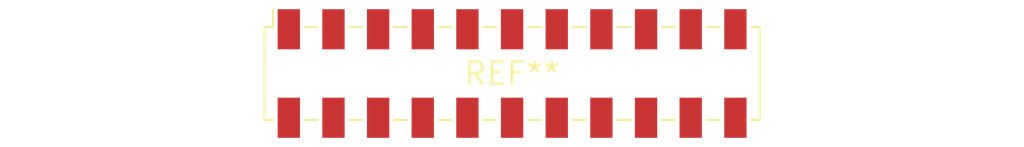
<source format=kicad_pcb>
(kicad_pcb (version 20240108) (generator pcbnew)
  (layers (0 "F.Cu" signal) (31 "B.Cu" signal) (34 "B.Paste" user) (35 "F.Paste" user) (36 "B.SilkS" user "B.Silkscreen") (37 "F.SilkS" user "F.Silkscreen") (38 "B.Mask" user) (39 "F.Mask" user) (44 "Edge.Cuts" user))
  (net 0 "")
  (footprint "Samtec_HLE-111-02-xxx-DV-A_2x11_P2.54mm_Horizontal" (layer "F.Cu") (at 0 0)
    (property "Reference" "REF**")
    (property "Value" "Samtec_HLE-111-02-xxx-DV-A_2x11_P2.54mm_Horizontal")
    (fp_line (start -14.08 -2.65) (end -14.08 2.65) (layer "F.SilkS") (stroke (width 0.12)))
    (fp_line (start -14.08 2.65) (end -13.595 2.65) (layer "F.SilkS") (stroke (width 0.12)))
    (fp_line (start -13.595 -3.67) (end -13.595 -2.65) (layer "F.SilkS") (stroke (width 0.12)))
    (fp_line (start -13.595 -2.65) (end -14.08 -2.65) (layer "F.SilkS") (stroke (width 0.12)))
    (fp_line (start -11.805 -2.65) (end -11.055 -2.65) (layer "F.SilkS") (stroke (width 0.12)))
    (fp_line (start -11.805 2.65) (end -11.055 2.65) (layer "F.SilkS") (stroke (width 0.12)))
    (fp_line (start -9.265 -2.65) (end -8.515 -2.65) (layer "F.SilkS") (stroke (width 0.12)))
    (fp_line (start -9.265 2.65) (end -8.515 2.65) (layer "F.SilkS") (stroke (width 0.12)))
    (fp_line (start -6.725 -2.65) (end -5.975 -2.65) (layer "F.SilkS") (stroke (width 0.12)))
    (fp_line (start -6.725 2.65) (end -5.975 2.65) (layer "F.SilkS") (stroke (width 0.12)))
    (fp_line (start -4.185 -2.65) (end -3.435 -2.65) (layer "F.SilkS") (stroke (width 0.12)))
    (fp_line (start -4.185 2.65) (end -3.435 2.65) (layer "F.SilkS") (stroke (width 0.12)))
    (fp_line (start -1.645 -2.65) (end -0.895 -2.65) (layer "F.SilkS") (stroke (width 0.12)))
    (fp_line (start -1.645 2.65) (end -0.895 2.65) (layer "F.SilkS") (stroke (width 0.12)))
    (fp_line (start 0.895 -2.65) (end 1.645 -2.65) (layer "F.SilkS") (stroke (width 0.12)))
    (fp_line (start 0.895 2.65) (end 1.645 2.65) (layer "F.SilkS") (stroke (width 0.12)))
    (fp_line (start 3.435 -2.65) (end 4.185 -2.65) (layer "F.SilkS") (stroke (width 0.12)))
    (fp_line (start 3.435 2.65) (end 4.185 2.65) (layer "F.SilkS") (stroke (width 0.12)))
    (fp_line (start 5.975 -2.65) (end 6.725 -2.65) (layer "F.SilkS") (stroke (width 0.12)))
    (fp_line (start 5.975 2.65) (end 6.725 2.65) (layer "F.SilkS") (stroke (width 0.12)))
    (fp_line (start 8.515 -2.65) (end 9.265 -2.65) (layer "F.SilkS") (stroke (width 0.12)))
    (fp_line (start 8.515 2.65) (end 9.265 2.65) (layer "F.SilkS") (stroke (width 0.12)))
    (fp_line (start 11.055 -2.65) (end 11.805 -2.65) (layer "F.SilkS") (stroke (width 0.12)))
    (fp_line (start 11.055 2.65) (end 11.805 2.65) (layer "F.SilkS") (stroke (width 0.12)))
    (fp_line (start 13.595 -2.65) (end 14.08 -2.65) (layer "F.SilkS") (stroke (width 0.12)))
    (fp_line (start 14.08 -2.65) (end 14.08 2.65) (layer "F.SilkS") (stroke (width 0.12)))
    (fp_line (start 14.08 2.65) (end 13.595 2.65) (layer "F.SilkS") (stroke (width 0.12)))
    (pad "" np_thru_hole circle (at -11.43 0) (size 1.78 1.78) (drill 1.78) (layers *.Cu *.Mask))
    (pad "" np_thru_hole circle (at 11.43 0) (size 1.78 1.78) (drill 1.78) (layers *.Cu *.Mask))
    (pad "1" smd rect (at -12.7 -2.525) (size 1.27 2.29) (layers "F.Cu" "F.Paste" "F.Mask"))
    (pad "2" smd rect (at -12.7 2.525) (size 1.27 2.29) (layers "F.Cu" "F.Paste" "F.Mask"))
    (pad "3" smd rect (at -10.16 -2.525) (size 1.27 2.29) (layers "F.Cu" "F.Paste" "F.Mask"))
    (pad "4" smd rect (at -10.16 2.525) (size 1.27 2.29) (layers "F.Cu" "F.Paste" "F.Mask"))
    (pad "5" smd rect (at -7.62 -2.525) (size 1.27 2.29) (layers "F.Cu" "F.Paste" "F.Mask"))
    (pad "6" smd rect (at -7.62 2.525) (size 1.27 2.29) (layers "F.Cu" "F.Paste" "F.Mask"))
    (pad "7" smd rect (at -5.08 -2.525) (size 1.27 2.29) (layers "F.Cu" "F.Paste" "F.Mask"))
    (pad "8" smd rect (at -5.08 2.525) (size 1.27 2.29) (layers "F.Cu" "F.Paste" "F.Mask"))
    (pad "9" smd rect (at -2.54 -2.525) (size 1.27 2.29) (layers "F.Cu" "F.Paste" "F.Mask"))
    (pad "10" smd rect (at -2.54 2.525) (size 1.27 2.29) (layers "F.Cu" "F.Paste" "F.Mask"))
    (pad "11" smd rect (at 0 -2.525) (size 1.27 2.29) (layers "F.Cu" "F.Paste" "F.Mask"))
    (pad "12" smd rect (at 0 2.525) (size 1.27 2.29) (layers "F.Cu" "F.Paste" "F.Mask"))
    (pad "13" smd rect (at 2.54 -2.525) (size 1.27 2.29) (layers "F.Cu" "F.Paste" "F.Mask"))
    (pad "14" smd rect (at 2.54 2.525) (size 1.27 2.29) (layers "F.Cu" "F.Paste" "F.Mask"))
    (pad "15" smd rect (at 5.08 -2.525) (size 1.27 2.29) (layers "F.Cu" "F.Paste" "F.Mask"))
    (pad "16" smd rect (at 5.08 2.525) (size 1.27 2.29) (layers "F.Cu" "F.Paste" "F.Mask"))
    (pad "17" smd rect (at 7.62 -2.525) (size 1.27 2.29) (layers "F.Cu" "F.Paste" "F.Mask"))
    (pad "18" smd rect (at 7.62 2.525) (size 1.27 2.29) (layers "F.Cu" "F.Paste" "F.Mask"))
    (pad "19" smd rect (at 10.16 -2.525) (size 1.27 2.29) (layers "F.Cu" "F.Paste" "F.Mask"))
    (pad "20" smd rect (at 10.16 2.525) (size 1.27 2.29) (layers "F.Cu" "F.Paste" "F.Mask"))
    (pad "21" smd rect (at 12.7 -2.525) (size 1.27 2.29) (layers "F.Cu" "F.Paste" "F.Mask"))
    (pad "22" smd rect (at 12.7 2.525) (size 1.27 2.29) (layers "F.Cu" "F.Paste" "F.Mask"))
  )
)
</source>
